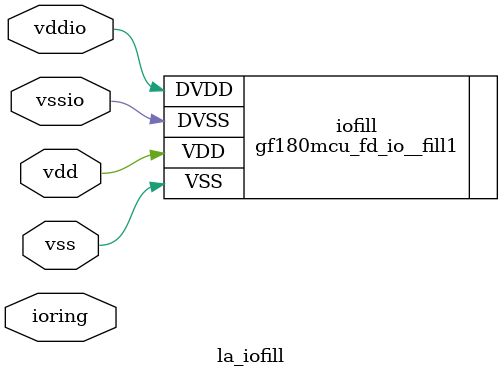
<source format=v>
module la_iofill
  #(parameter TYPE = "DEFAULT", // cell type
    parameter SIDE  = "NO",      // "NO", "SO", "EA", "WE"
    parameter RINGW =  8         // width of io ring
    )
   (
    inout 	vdd, // core supply
    inout 	vss, // core ground
    inout 	vddio, // io supply
    inout 	vssio, // io ground
    inout [RINGW-1:0] ioring // generic io-ring interface
    );

   // TODO: Use type to select fill size
   gf180mcu_fd_io__fill1
     iofill (.DVDD(vddio),
	    .DVSS(vssio),
	    .VDD(vdd),
	    .VSS(vss));

endmodule

</source>
